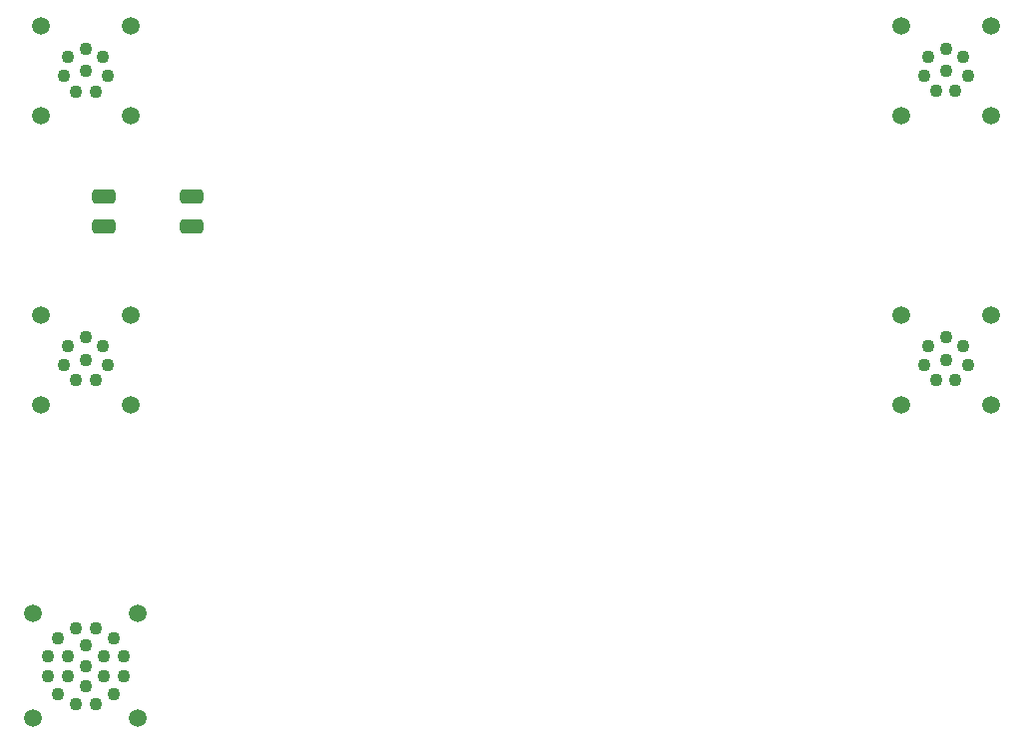
<source format=gbr>
G04 #@! TF.GenerationSoftware,KiCad,Pcbnew,(7.0.0)*
G04 #@! TF.CreationDate,2023-03-08T01:07:39+01:00*
G04 #@! TF.ProjectId,inverter_box_LV_distribution_board,696e7665-7274-4657-925f-626f785f4c56,rev?*
G04 #@! TF.SameCoordinates,Original*
G04 #@! TF.FileFunction,Paste,Bot*
G04 #@! TF.FilePolarity,Positive*
%FSLAX46Y46*%
G04 Gerber Fmt 4.6, Leading zero omitted, Abs format (unit mm)*
G04 Created by KiCad (PCBNEW (7.0.0)) date 2023-03-08 01:07:39*
%MOMM*%
%LPD*%
G01*
G04 APERTURE LIST*
G04 Aperture macros list*
%AMRoundRect*
0 Rectangle with rounded corners*
0 $1 Rounding radius*
0 $2 $3 $4 $5 $6 $7 $8 $9 X,Y pos of 4 corners*
0 Add a 4 corners polygon primitive as box body*
4,1,4,$2,$3,$4,$5,$6,$7,$8,$9,$2,$3,0*
0 Add four circle primitives for the rounded corners*
1,1,$1+$1,$2,$3*
1,1,$1+$1,$4,$5*
1,1,$1+$1,$6,$7*
1,1,$1+$1,$8,$9*
0 Add four rect primitives between the rounded corners*
20,1,$1+$1,$2,$3,$4,$5,0*
20,1,$1+$1,$4,$5,$6,$7,0*
20,1,$1+$1,$6,$7,$8,$9,0*
20,1,$1+$1,$8,$9,$2,$3,0*%
G04 Aperture macros list end*
%ADD10C,1.099820*%
%ADD11C,1.498600*%
%ADD12RoundRect,0.300000X-0.700000X-0.300000X0.700000X-0.300000X0.700000X0.300000X-0.700000X0.300000X0*%
G04 APERTURE END LIST*
D10*
X79657360Y-108276740D03*
X78156220Y-109145420D03*
X77287540Y-110646560D03*
X77287540Y-112378840D03*
X78156220Y-113879980D03*
X79657360Y-114748660D03*
X81389640Y-114748660D03*
X82890780Y-113879980D03*
X83759460Y-112378840D03*
X83759460Y-110646560D03*
X82890780Y-109145420D03*
X81389640Y-108276740D03*
X80523500Y-109765180D03*
X79009660Y-110638940D03*
X79009660Y-112386460D03*
X80523500Y-113260220D03*
X82037340Y-112386460D03*
X82037340Y-110638940D03*
X80523500Y-111512700D03*
D11*
X76078500Y-115957700D03*
X84968500Y-115957700D03*
X84968500Y-107067700D03*
X76078500Y-107067700D03*
D10*
X80523500Y-83612780D03*
X79040140Y-84329060D03*
X78671840Y-85934340D03*
X79700540Y-87224660D03*
X81346460Y-87224660D03*
X82375160Y-85934340D03*
X82006860Y-84329060D03*
X80523500Y-85512700D03*
D11*
X76713500Y-89322700D03*
X84333500Y-89322700D03*
X84333500Y-81702700D03*
X76713500Y-81702700D03*
D10*
X80523500Y-59112780D03*
X79040140Y-59829060D03*
X78671840Y-61434340D03*
X79700540Y-62724660D03*
X81346460Y-62724660D03*
X82375160Y-61434340D03*
X82006860Y-59829060D03*
X80523500Y-61012700D03*
D11*
X76713500Y-64822700D03*
X84333500Y-64822700D03*
X84333500Y-57202700D03*
X76713500Y-57202700D03*
D10*
X153500000Y-59100080D03*
X152016640Y-59816360D03*
X151648340Y-61421640D03*
X152677040Y-62711960D03*
X154322960Y-62711960D03*
X155351660Y-61421640D03*
X154983360Y-59816360D03*
X153500000Y-61000000D03*
D11*
X149690000Y-64810000D03*
X157310000Y-64810000D03*
X157310000Y-57190000D03*
X149690000Y-57190000D03*
D10*
X153500000Y-83600080D03*
X152016640Y-84316360D03*
X151648340Y-85921640D03*
X152677040Y-87211960D03*
X154322960Y-87211960D03*
X155351660Y-85921640D03*
X154983360Y-84316360D03*
X153500000Y-85500000D03*
D11*
X149690000Y-89310000D03*
X157310000Y-89310000D03*
X157310000Y-81690000D03*
X149690000Y-81690000D03*
D12*
X82050000Y-74170000D03*
X82050000Y-71630000D03*
X89550000Y-71630000D03*
X89550000Y-74170000D03*
M02*

</source>
